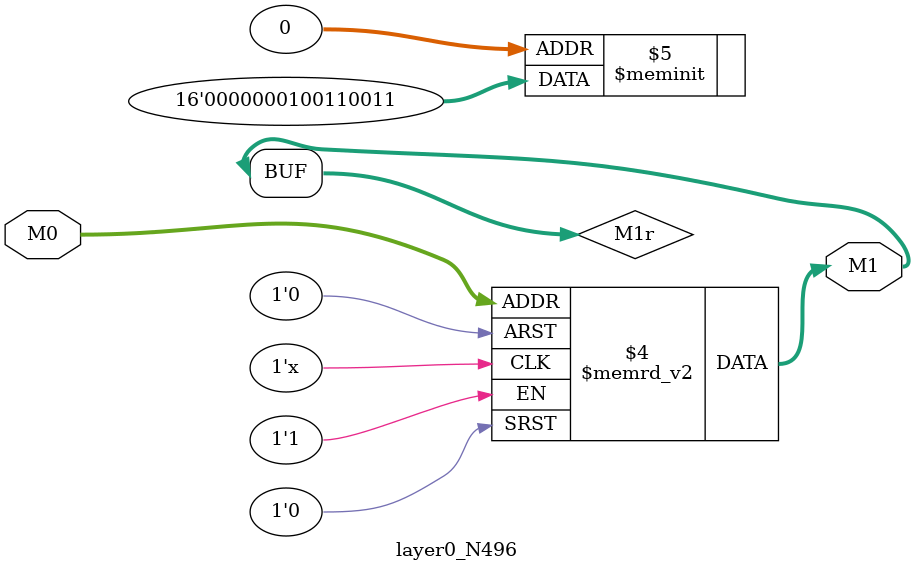
<source format=v>
module layer0_N496 ( input [2:0] M0, output [1:0] M1 );

	(*rom_style = "distributed" *) reg [1:0] M1r;
	assign M1 = M1r;
	always @ (M0) begin
		case (M0)
			3'b000: M1r = 2'b11;
			3'b100: M1r = 2'b01;
			3'b010: M1r = 2'b11;
			3'b110: M1r = 2'b00;
			3'b001: M1r = 2'b00;
			3'b101: M1r = 2'b00;
			3'b011: M1r = 2'b00;
			3'b111: M1r = 2'b00;

		endcase
	end
endmodule

</source>
